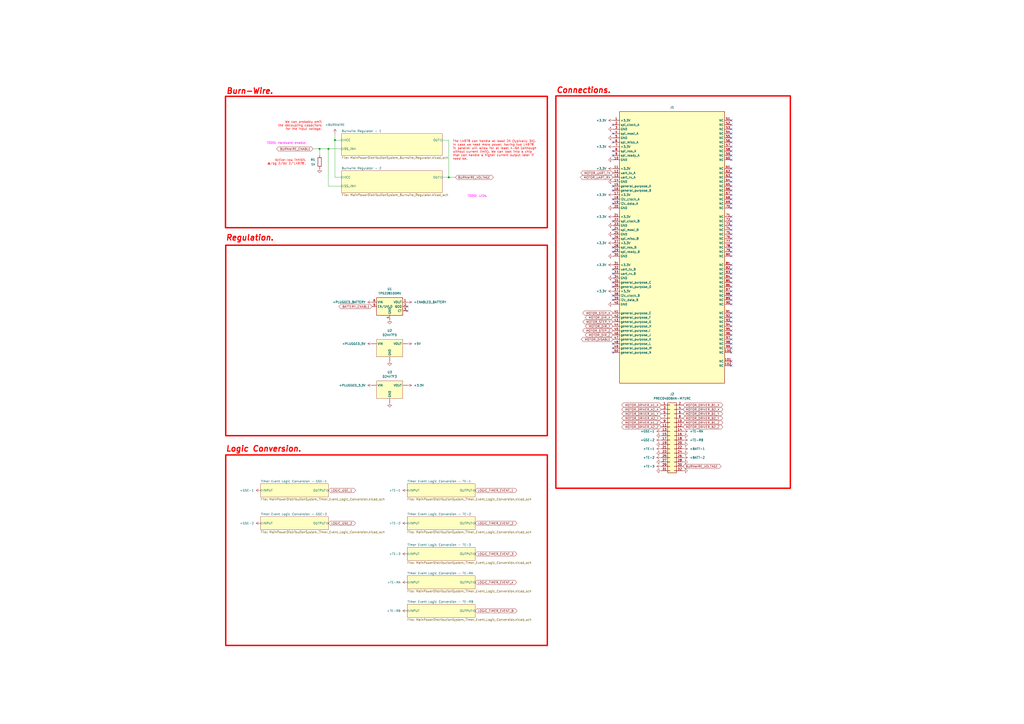
<source format=kicad_sch>
(kicad_sch (version 20250114) (generator "eeschema") (generator_version "9.0")
  (paper "A2")
  (lib_symbols
    (symbol "Connector_Generic:Conn_02x16_Odd_Even" (pin_names (offset 1.016) (hide yes))
      (property "Reference" "J" (at 1.27 20.32 0))
      (property "Value" "Conn_02x16_Odd_Even" (at 1.27 -22.86 0))
      (symbol "Conn_02x16_Odd_Even_1_1"
        (rectangle (start -1.27 19.05) (end 3.81 -21.59) (stroke (width 0.254)) (fill (type background)))
        (rectangle (start -1.27 17.907) (end 0 17.653) (stroke (width 0.1524)))
        (rectangle (start -1.27 15.367) (end 0 15.113) (stroke (width 0.1524)))
        (rectangle (start -1.27 12.827) (end 0 12.573) (stroke (width 0.1524)))
        (rectangle (start -1.27 10.287) (end 0 10.033) (stroke (width 0.1524)))
        (rectangle (start -1.27 7.747) (end 0 7.493) (stroke (width 0.1524)))
        (rectangle (start -1.27 5.207) (end 0 4.953) (stroke (width 0.1524)))
        (rectangle (start -1.27 2.667) (end 0 2.413) (stroke (width 0.1524)))
        (rectangle (start -1.27 0.127) (end 0 -0.127) (stroke (width 0.1524)))
        (rectangle (start -1.27 -2.413) (end 0 -2.667) (stroke (width 0.1524)))
        (rectangle (start -1.27 -4.953) (end 0 -5.207) (stroke (width 0.1524)))
        (rectangle (start -1.27 -7.493) (end 0 -7.747) (stroke (width 0.1524)))
        (rectangle (start -1.27 -10.033) (end 0 -10.287) (stroke (width 0.1524)))
        (rectangle (start -1.27 -12.573) (end 0 -12.827) (stroke (width 0.1524)))
        (rectangle (start -1.27 -15.113) (end 0 -15.367) (stroke (width 0.1524)))
        (rectangle (start -1.27 -17.653) (end 0 -17.907) (stroke (width 0.1524)))
        (rectangle (start -1.27 -20.193) (end 0 -20.447) (stroke (width 0.1524)))
        (rectangle (start 3.81 17.907) (end 2.54 17.653) (stroke (width 0.1524)))
        (rectangle (start 3.81 15.367) (end 2.54 15.113) (stroke (width 0.1524)))
        (rectangle (start 3.81 12.827) (end 2.54 12.573) (stroke (width 0.1524)))
        (rectangle (start 3.81 10.287) (end 2.54 10.033) (stroke (width 0.1524)))
        (rectangle (start 3.81 7.747) (end 2.54 7.493) (stroke (width 0.1524)))
        (rectangle (start 3.81 5.207) (end 2.54 4.953) (stroke (width 0.1524)))
        (rectangle (start 3.81 2.667) (end 2.54 2.413) (stroke (width 0.1524)))
        (rectangle (start 3.81 0.127) (end 2.54 -0.127) (stroke (width 0.1524)))
        (rectangle (start 3.81 -2.413) (end 2.54 -2.667) (stroke (width 0.1524)))
        (rectangle (start 3.81 -4.953) (end 2.54 -5.207) (stroke (width 0.1524)))
        (rectangle (start 3.81 -7.493) (end 2.54 -7.747) (stroke (width 0.1524)))
        (rectangle (start 3.81 -10.033) (end 2.54 -10.287) (stroke (width 0.1524)))
        (rectangle (start 3.81 -12.573) (end 2.54 -12.827) (stroke (width 0.1524)))
        (rectangle (start 3.81 -15.113) (end 2.54 -15.367) (stroke (width 0.1524)))
        (rectangle (start 3.81 -17.653) (end 2.54 -17.907) (stroke (width 0.1524)))
        (rectangle (start 3.81 -20.193) (end 2.54 -20.447) (stroke (width 0.1524)))
        (pin passive line (at -5.08 17.78 0) (length 3.81) (name "Pin_1") (number "1"))
        (pin passive line (at -5.08 15.24 0) (length 3.81) (name "Pin_3") (number "3"))
        (pin passive line (at -5.08 12.7 0) (length 3.81) (name "Pin_5") (number "5"))
        (pin passive line (at -5.08 10.16 0) (length 3.81) (name "Pin_7") (number "7"))
        (pin passive line (at -5.08 7.62 0) (length 3.81) (name "Pin_9") (number "9"))
        (pin passive line (at -5.08 5.08 0) (length 3.81) (name "Pin_11") (number "11"))
        (pin passive line (at -5.08 2.54 0) (length 3.81) (name "Pin_13") (number "13"))
        (pin passive line (at -5.08 0 0) (length 3.81) (name "Pin_15") (number "15"))
        (pin passive line (at -5.08 -2.54 0) (length 3.81) (name "Pin_17") (number "17"))
        (pin passive line (at -5.08 -5.08 0) (length 3.81) (name "Pin_19") (number "19"))
        (pin passive line (at -5.08 -7.62 0) (length 3.81) (name "Pin_21") (number "21"))
        (pin passive line (at -5.08 -10.16 0) (length 3.81) (name "Pin_23") (number "23"))
        (pin passive line (at -5.08 -12.7 0) (length 3.81) (name "Pin_25") (number "25"))
        (pin passive line (at -5.08 -15.24 0) (length 3.81) (name "Pin_27") (number "27"))
        (pin passive line (at -5.08 -17.78 0) (length 3.81) (name "Pin_29") (number "29"))
        (pin passive line (at -5.08 -20.32 0) (length 3.81) (name "Pin_31") (number "31"))
        (pin passive line (at 7.62 17.78 180) (length 3.81) (name "Pin_2") (number "2"))
        (pin passive line (at 7.62 15.24 180) (length 3.81) (name "Pin_4") (number "4"))
        (pin passive line (at 7.62 12.7 180) (length 3.81) (name "Pin_6") (number "6"))
        (pin passive line (at 7.62 10.16 180) (length 3.81) (name "Pin_8") (number "8"))
        (pin passive line (at 7.62 7.62 180) (length 3.81) (name "Pin_10") (number "10"))
        (pin passive line (at 7.62 5.08 180) (length 3.81) (name "Pin_12") (number "12"))
        (pin passive line (at 7.62 2.54 180) (length 3.81) (name "Pin_14") (number "14"))
        (pin passive line (at 7.62 0 180) (length 3.81) (name "Pin_16") (number "16"))
        (pin passive line (at 7.62 -2.54 180) (length 3.81) (name "Pin_18") (number "18"))
        (pin passive line (at 7.62 -5.08 180) (length 3.81) (name "Pin_20") (number "20"))
        (pin passive line (at 7.62 -7.62 180) (length 3.81) (name "Pin_22") (number "22"))
        (pin passive line (at 7.62 -10.16 180) (length 3.81) (name "Pin_24") (number "24"))
        (pin passive line (at 7.62 -12.7 180) (length 3.81) (name "Pin_26") (number "26"))
        (pin passive line (at 7.62 -15.24 180) (length 3.81) (name "Pin_28") (number "28"))
        (pin passive line (at 7.62 -17.78 180) (length 3.81) (name "Pin_30") (number "30"))
        (pin passive line (at 7.62 -20.32 180) (length 3.81) (name "Pin_32") (number "32"))
      )
    )
    (symbol "D24V7Fx:D24V7Fx" (pin_numbers (hide yes))
      (property "Reference" "U" (at 8.382 -2.032 0))
      (property "Value" "D24V7Fx" (at 8.382 -4.318 0))
      (symbol "D24V7Fx_0_1"
        (rectangle (start -7.62 5.08) (end 7.62 -5.08) (fill (type background)))
      )
      (symbol "D24V7Fx_1_1"
        (pin passive line (at -10.16 2.54 0) (length 2.54) (name "VIN") (number "VIN"))
        (pin passive line (at 0 -7.62 90) (length 2.54) (name "GND") (number "GND"))
        (pin passive line (at 10.16 2.54 180) (length 2.54) (name "VOUT") (number "VOUT"))
      )
    )
    (symbol "Device:R" (pin_numbers (hide yes)) (pin_names (offset 0))
      (property "Reference" "R" (at 2.032 0 90))
      (property "Value" "R" (at 0 0 90))
      (symbol "R_0_1"
        (rectangle (start -1.016 -2.54) (end 1.016 2.54) (stroke (width 0.254)))
      )
      (symbol "R_1_1"
        (pin passive line (at 0 3.81 270) (length 1.27) (name "~") (number "1"))
        (pin passive line (at 0 -3.81 90) (length 1.27) (name "~") (number "2"))
      )
    )
    (symbol "MainStackConnector:MainStackConnector"
      (property "Reference" "J" (at 0.508 1.524 0))
      (symbol "MainStackConnector_1_1"
        (rectangle (start 0 0) (end 60.96 -157.48) (stroke (width 0.254)) (fill (type background)))
        (pin passive line (at -3.81 -5.08 0) (length 3.81) (name "+3.3V") (number "1"))
        (pin passive line (at -3.81 -7.62 0) (length 3.81) (name "spi_clock_A") (number "2"))
        (pin passive line (at -3.81 -10.16 0) (length 3.81) (name "GND") (number "3"))
        (pin passive line (at -3.81 -12.7 0) (length 3.81) (name "spi_mosi_A") (number "4"))
        (pin passive line (at -3.81 -15.24 0) (length 3.81) (name "GND") (number "5"))
        (pin passive line (at -3.81 -17.78 0) (length 3.81) (name "spi_miso_A") (number "6"))
        (pin passive line (at -3.81 -20.32 0) (length 3.81) (name "+3.3V") (number "7"))
        (pin passive line (at -3.81 -22.86 0) (length 3.81) (name "spi_nss_A") (number "8"))
        (pin passive line (at -3.81 -25.4 0) (length 3.81) (name "spi_ready_A") (number "9"))
        (pin passive line (at -3.81 -27.94 0) (length 3.81) (name "GND") (number "10"))
        (pin passive line (at -3.81 -33.02 0) (length 3.81) (name "+3.3V") (number "11"))
        (pin passive line (at -3.81 -35.56 0) (length 3.81) (name "uart_tx_A") (number "12"))
        (pin passive line (at -3.81 -38.1 0) (length 3.81) (name "uart_rx_A") (number "13"))
        (pin passive line (at -3.81 -40.64 0) (length 3.81) (name "GND") (number "14"))
        (pin passive line (at -3.81 -43.18 0) (length 3.81) (name "general_purpose_A") (number "15"))
        (pin passive line (at -3.81 -45.72 0) (length 3.81) (name "general_purpose_B") (number "16"))
        (pin passive line (at -3.81 -48.26 0) (length 3.81) (name "+3.3V") (number "17"))
        (pin passive line (at -3.81 -50.8 0) (length 3.81) (name "i2c_clock_A") (number "18"))
        (pin passive line (at -3.81 -53.34 0) (length 3.81) (name "i2c_data_A") (number "19"))
        (pin passive line (at -3.81 -55.88 0) (length 3.81) (name "GND") (number "20"))
        (pin passive line (at -3.81 -60.96 0) (length 3.81) (name "+3.3V") (number "21"))
        (pin passive line (at -3.81 -63.5 0) (length 3.81) (name "spi_clock_B") (number "22"))
        (pin passive line (at -3.81 -66.04 0) (length 3.81) (name "GND") (number "23"))
        (pin passive line (at -3.81 -68.58 0) (length 3.81) (name "spi_mosi_B") (number "24"))
        (pin passive line (at -3.81 -71.12 0) (length 3.81) (name "GND") (number "25"))
        (pin passive line (at -3.81 -73.66 0) (length 3.81) (name "spi_miso_B") (number "26"))
        (pin passive line (at -3.81 -76.2 0) (length 3.81) (name "+3.3V") (number "27"))
        (pin passive line (at -3.81 -78.74 0) (length 3.81) (name "spi_nss_B") (number "28"))
        (pin passive line (at -3.81 -81.28 0) (length 3.81) (name "spi_ready_B") (number "29"))
        (pin passive line (at -3.81 -83.82 0) (length 3.81) (name "GND") (number "30"))
        (pin passive line (at -3.81 -88.9 0) (length 3.81) (name "+3.3V") (number "31"))
        (pin passive line (at -3.81 -91.44 0) (length 3.81) (name "uart_tx_B") (number "32"))
        (pin passive line (at -3.81 -93.98 0) (length 3.81) (name "uart_rx_B") (number "33"))
        (pin passive line (at -3.81 -96.52 0) (length 3.81) (name "GND") (number "34"))
        (pin passive line (at -3.81 -99.06 0) (length 3.81) (name "general_purpose_C") (number "35"))
        (pin passive line (at -3.81 -101.6 0) (length 3.81) (name "general_purpose_D") (number "36"))
        (pin passive line (at -3.81 -104.14 0) (length 3.81) (name "+3.3V") (number "37"))
        (pin passive line (at -3.81 -106.68 0) (length 3.81) (name "i2c_clock_B") (number "38"))
        (pin passive line (at -3.81 -109.22 0) (length 3.81) (name "i2c_data_B") (number "39"))
        (pin passive line (at -3.81 -111.76 0) (length 3.81) (name "GND") (number "40"))
        (pin passive line (at -3.81 -116.84 0) (length 3.81) (name "general_purpose_E") (number "41"))
        (pin passive line (at -3.81 -119.38 0) (length 3.81) (name "general_purpose_F") (number "42"))
        (pin passive line (at -3.81 -121.92 0) (length 3.81) (name "general_purpose_G") (number "43"))
        (pin passive line (at -3.81 -124.46 0) (length 3.81) (name "general_purpose_H") (number "44"))
        (pin passive line (at -3.81 -127 0) (length 3.81) (name "general_purpose_I") (number "45"))
        (pin passive line (at -3.81 -129.54 0) (length 3.81) (name "general_purpose_J") (number "46"))
        (pin passive line (at -3.81 -132.08 0) (length 3.81) (name "general_purpose_K") (number "47"))
        (pin passive line (at -3.81 -134.62 0) (length 3.81) (name "general_purpose_L") (number "48"))
        (pin passive line (at -3.81 -137.16 0) (length 3.81) (name "general_purpose_M") (number "49"))
        (pin passive line (at -3.81 -139.7 0) (length 3.81) (name "general_purpose_N") (number "50"))
        (pin passive line (at 64.77 -5.08 180) (length 3.81) (name "NC") (number "51"))
        (pin passive line (at 64.77 -7.62 180) (length 3.81) (name "NC") (number "52"))
        (pin passive line (at 64.77 -10.16 180) (length 3.81) (name "NC") (number "53"))
        (pin passive line (at 64.77 -12.7 180) (length 3.81) (name "NC") (number "54"))
        (pin passive line (at 64.77 -15.24 180) (length 3.81) (name "NC") (number "55"))
        (pin passive line (at 64.77 -17.78 180) (length 3.81) (name "NC") (number "56"))
        (pin passive line (at 64.77 -20.32 180) (length 3.81) (name "NC") (number "57"))
        (pin passive line (at 64.77 -22.86 180) (length 3.81) (name "NC") (number "58"))
        (pin passive line (at 64.77 -25.4 180) (length 3.81) (name "NC") (number "59"))
        (pin passive line (at 64.77 -27.94 180) (length 3.81) (name "NC") (number "60"))
        (pin passive line (at 64.77 -33.02 180) (length 3.81) (name "NC") (number "61"))
        (pin passive line (at 64.77 -35.56 180) (length 3.81) (name "NC") (number "62"))
        (pin passive line (at 64.77 -38.1 180) (length 3.81) (name "NC") (number "63"))
        (pin passive line (at 64.77 -40.64 180) (length 3.81) (name "NC") (number "64"))
        (pin passive line (at 64.77 -43.18 180) (length 3.81) (name "NC") (number "65"))
        (pin passive line (at 64.77 -45.72 180) (length 3.81) (name "NC") (number "66"))
        (pin passive line (at 64.77 -48.26 180) (length 3.81) (name "NC") (number "67"))
        (pin passive line (at 64.77 -50.8 180) (length 3.81) (name "NC") (number "68"))
        (pin passive line (at 64.77 -53.34 180) (length 3.81) (name "NC") (number "69"))
        (pin passive line (at 64.77 -55.88 180) (length 3.81) (name "NC") (number "70"))
        (pin passive line (at 64.77 -60.96 180) (length 3.81) (name "NC") (number "71"))
        (pin passive line (at 64.77 -63.5 180) (length 3.81) (name "NC") (number "72"))
        (pin passive line (at 64.77 -66.04 180) (length 3.81) (name "NC") (number "73"))
        (pin passive line (at 64.77 -68.58 180) (length 3.81) (name "NC") (number "74"))
        (pin passive line (at 64.77 -71.12 180) (length 3.81) (name "NC") (number "75"))
        (pin passive line (at 64.77 -73.66 180) (length 3.81) (name "NC") (number "76"))
        (pin passive line (at 64.77 -76.2 180) (length 3.81) (name "NC") (number "77"))
        (pin passive line (at 64.77 -78.74 180) (length 3.81) (name "NC") (number "78"))
        (pin passive line (at 64.77 -81.28 180) (length 3.81) (name "NC") (number "79"))
        (pin passive line (at 64.77 -83.82 180) (length 3.81) (name "NC") (number "80"))
        (pin passive line (at 64.77 -88.9 180) (length 3.81) (name "NC") (number "81"))
        (pin passive line (at 64.77 -91.44 180) (length 3.81) (name "NC") (number "82"))
        (pin passive line (at 64.77 -93.98 180) (length 3.81) (name "NC") (number "83"))
        (pin passive line (at 64.77 -96.52 180) (length 3.81) (name "NC") (number "84"))
        (pin passive line (at 64.77 -99.06 180) (length 3.81) (name "NC") (number "85"))
        (pin passive line (at 64.77 -101.6 180) (length 3.81) (name "NC") (number "86"))
        (pin passive line (at 64.77 -104.14 180) (length 3.81) (name "NC") (number "87"))
        (pin passive line (at 64.77 -106.68 180) (length 3.81) (name "NC") (number "88"))
        (pin passive line (at 64.77 -109.22 180) (length 3.81) (name "NC") (number "89"))
        (pin passive line (at 64.77 -111.76 180) (length 3.81) (name "NC") (number "90"))
        (pin passive line (at 64.77 -116.84 180) (length 3.81) (name "NC") (number "91"))
        (pin passive line (at 64.77 -119.38 180) (length 3.81) (name "NC") (number "92"))
        (pin passive line (at 64.77 -121.92 180) (length 3.81) (name "NC") (number "93"))
        (pin passive line (at 64.77 -124.46 180) (length 3.81) (name "NC") (number "94"))
        (pin passive line (at 64.77 -127 180) (length 3.81) (name "NC") (number "95"))
        (pin passive line (at 64.77 -129.54 180) (length 3.81) (name "NC") (number "96"))
        (pin passive line (at 64.77 -132.08 180) (length 3.81) (name "NC") (number "97"))
        (pin passive line (at 64.77 -134.62 180) (length 3.81) (name "NC") (number "98"))
        (pin passive line (at 64.77 -137.16 180) (length 3.81) (name "NC") (number "99"))
        (pin passive line (at 64.77 -139.7 180) (length 3.81) (name "NC") (number "100"))
        (pin passive line (at 64.77 -144.78 180) (length 3.81) (name "NC") (number "101"))
        (pin passive line (at 64.77 -147.32 180) (length 3.81) (name "NC") (number "102"))
      )
    )
    (symbol "Power_Management:TPS22810DRV"
      (property "Reference" "U" (at -6.35 6.35 0))
      (property "Value" "TPS22810DRV" (at 7.62 -6.35 0))
      (symbol "TPS22810DRV_1_1"
        (rectangle (start -7.62 5.08) (end 7.62 -5.08) (stroke (width 0.254)) (fill (type background)))
        (pin power_in line (at -10.16 2.54 0) (length 2.54) (name "VIN") (number "6"))
        (pin input line (at -10.16 0 0) (length 2.54) (name "EN/UVLO") (number "5"))
        (pin power_in line (at 0 -7.62 90) (length 2.54) (name "GND") (number "4"))
        (pin passive line (at 0 -7.62 90) (length 2.54) (hide yes) (name "GND") (number "7"))
        (pin power_out line (at 10.16 2.54 180) (length 2.54) (name "VOUT") (number "1"))
        (pin open_collector line (at 10.16 0 180) (length 2.54) (name "QOD") (number "2"))
        (pin output line (at 10.16 -2.54 180) (length 2.54) (name "CT") (number "3"))
      )
    )
    (symbol "power:+3.3V" (power) (pin_numbers (hide yes)) (pin_names (offset 0) (hide yes))
      (property "Value" "+3.3V" (at 0 3.556 0))
      (symbol "+3.3V_0_1"
        (polyline (pts (xy -0.762 1.27) (xy 0 2.54)))
        (polyline (pts (xy 0 2.54) (xy 0.762 1.27)))
        (polyline (pts (xy 0 0) (xy 0 2.54)))
      )
      (symbol "+3.3V_1_1"
        (pin power_in line (at 0 0 90) (length 0) (name "~") (number "1"))
      )
    )
    (symbol "power:+BATT" (power) (pin_numbers (hide yes)) (pin_names (offset 0) (hide yes))
      (property "Value" "+BATT" (at 0 3.556 0))
      (symbol "+BATT_0_1"
        (polyline (pts (xy -0.762 1.27) (xy 0 2.54)))
        (polyline (pts (xy 0 2.54) (xy 0.762 1.27)))
        (polyline (pts (xy 0 0) (xy 0 2.54)))
      )
      (symbol "+BATT_1_1"
        (pin power_in line (at 0 0 90) (length 0) (name "~") (number "1"))
      )
    )
    (symbol "power:GND" (power) (pin_numbers (hide yes)) (pin_names (offset 0) (hide yes))
      (property "Value" "GND" (at 0 -3.81 0))
      (symbol "GND_0_1"
        (polyline (pts (xy 0 0) (xy 0 -1.27) (xy 1.27 -1.27) (xy 0 -2.54) (xy -1.27 -1.27) (xy 0 -1.27)))
      )
      (symbol "GND_1_1"
        (pin power_in line (at 0 0 270) (length 0) (name "~") (number "1"))
      )
    )
  )
  (rectangle (start 322.453 55.626) (end 458.47 283.21) (stroke (width 0.8128) (color 255 0 0 1)))
  (rectangle (start 130.937 142.24) (end 317.5 252.73) (stroke (width 0.8128) (color 255 0 0 1)))
  (rectangle (start 130.937 263.906) (end 317.5 374.396) (stroke (width 0.8128) (color 255 0 0 1)))
  (rectangle (start 130.81 55.88) (end 317.5 132.08) (stroke (width 0.8128) (color 255 0 0 1)))
  (text "Active-low inhibit.\n@/pg 2/tbl 2/`L4978`." (at 177.546 93.98 0) (effects (font (size 1.27 1.27) (thickness 0.1588)) (justify right)))
  (text "Connections." (at 322.58 54.356 0) (effects (font (size 3.2512 3.2512) (thickness 0.6502) (bold yes) (italic yes)) (justify left bottom)))
  (text "The L4978 can handle at least 2A (typically 3A).\nIn case we need more power, having two L4978\nin parallel will allow for at least 4-6A (although\nwithout current limit). We can look into a chip\nthat can handle a higher current output later if\nneed be." (at 262.636 87.122 0) (effects (font (size 1.27 1.27) (thickness 0.1588)) (justify left)))
  (text "Burn-Wire." (at 131.064 54.864 0) (effects (font (size 3.2512 3.2512) (thickness 0.6502) (bold yes) (italic yes)) (justify left bottom)))
  (text "TODO: Hardware enable." (at 177.8 83.058 0) (effects (font (size 1.27 1.27) (thickness 0.1588) (italic yes)) (justify right)))
  (text "Regulation." (at 130.81 139.954 0) (effects (font (size 3.2512 3.2512) (thickness 0.6502) (bold yes) (italic yes)) (justify left bottom)))
  (text "We can probably omit\nthe decoupling capacitors\nfor the input voltage." (at 186.69 72.898 0) (effects (font (size 1.27 1.27) (thickness 0.1588)) (justify right)))
  (text "Logic Conversion." (at 130.81 262.382 0) (effects (font (size 3.2512 3.2512) (thickness 0.6502) (bold yes) (italic yes)) (justify left bottom)))
  (text "TODO: LEDs." (at 271.018 113.792 0) (effects (font (size 1.27 1.27) (thickness 0.1588) (italic yes)) (justify left)))
  (junction (at 185.42 86.36))
  (junction (at 194.31 81.28))
  (junction (at 260.35 102.87))
  (junction (at 190.5 86.36))
  (no_connect (at 424.18 212.09))
  (no_connect (at 424.18 82.55))
  (no_connect (at 424.18 153.67))
  (no_connect (at 236.22 177.8))
  (no_connect (at 355.6 171.45))
  (no_connect (at 424.18 176.53))
  (no_connect (at 355.6 199.39))
  (no_connect (at 424.18 166.37))
  (no_connect (at 424.18 90.17))
  (no_connect (at 355.6 163.83))
  (no_connect (at 424.18 85.09))
  (no_connect (at 355.6 173.99))
  (no_connect (at 424.18 181.61))
  (no_connect (at 424.18 74.93))
  (no_connect (at 424.18 115.57))
  (no_connect (at 355.6 115.57))
  (no_connect (at 355.6 82.55))
  (no_connect (at 424.18 69.85))
  (no_connect (at 424.18 173.99))
  (no_connect (at 424.18 143.51))
  (no_connect (at 424.18 128.27))
  (no_connect (at 424.18 92.71))
  (no_connect (at 424.18 80.01))
  (no_connect (at 424.18 148.59))
  (no_connect (at 355.6 128.27))
  (no_connect (at 424.18 140.97))
  (no_connect (at 355.6 204.47))
  (no_connect (at 355.6 87.63))
  (no_connect (at 424.18 199.39))
  (no_connect (at 355.6 133.35))
  (no_connect (at 424.18 191.77))
  (no_connect (at 424.18 113.03))
  (no_connect (at 355.6 156.21))
  (no_connect (at 424.18 201.93))
  (no_connect (at 355.6 72.39))
  (no_connect (at 424.18 135.89))
  (no_connect (at 424.18 186.69))
  (no_connect (at 424.18 97.79))
  (no_connect (at 424.18 204.47))
  (no_connect (at 424.18 130.81))
  (no_connect (at 424.18 118.11))
  (no_connect (at 424.18 146.05))
  (no_connect (at 424.18 209.55))
  (no_connect (at 424.18 100.33))
  (no_connect (at 355.6 201.93))
  (no_connect (at 424.18 105.41))
  (no_connect (at 355.6 90.17))
  (no_connect (at 424.18 171.45))
  (no_connect (at 355.6 138.43))
  (no_connect (at 424.18 87.63))
  (no_connect (at 424.18 110.49))
  (no_connect (at 355.6 77.47))
  (no_connect (at 424.18 120.65))
  (no_connect (at 424.18 161.29))
  (no_connect (at 355.6 110.49))
  (no_connect (at 424.18 138.43))
  (no_connect (at 424.18 72.39))
  (no_connect (at 424.18 133.35))
  (no_connect (at 424.18 189.23))
  (no_connect (at 355.6 146.05))
  (no_connect (at 424.18 163.83))
  (no_connect (at 424.18 107.95))
  (no_connect (at 424.18 194.31))
  (no_connect (at 424.18 77.47))
  (no_connect (at 236.22 180.34))
  (no_connect (at 424.18 125.73))
  (no_connect (at 424.18 184.15))
  (no_connect (at 355.6 143.51))
  (no_connect (at 424.18 168.91))
  (no_connect (at 424.18 156.21))
  (no_connect (at 355.6 158.75))
  (no_connect (at 355.6 118.11))
  (no_connect (at 355.6 166.37))
  (no_connect (at 424.18 196.85))
  (no_connect (at 424.18 102.87))
  (no_connect (at 355.6 107.95))
  (no_connect (at 424.18 158.75))
  (wire (pts (xy 198.12 86.36) (xy 190.5 86.36)))
  (wire (pts (xy 194.31 81.28) (xy 194.31 102.87)))
  (wire (pts (xy 260.35 102.87) (xy 256.54 102.87)))
  (wire (pts (xy 260.35 81.28) (xy 260.35 102.87)))
  (wire (pts (xy 190.5 107.95) (xy 198.12 107.95)))
  (wire (pts (xy 185.42 90.17) (xy 185.42 86.36)))
  (wire (pts (xy 194.31 81.28) (xy 198.12 81.28)))
  (wire (pts (xy 256.54 81.28) (xy 260.35 81.28)))
  (wire (pts (xy 181.61 86.36) (xy 185.42 86.36)))
  (wire (pts (xy 264.16 102.87) (xy 260.35 102.87)))
  (wire (pts (xy 190.5 86.36) (xy 190.5 107.95)))
  (wire (pts (xy 194.31 102.87) (xy 198.12 102.87)))
  (wire (pts (xy 194.31 77.47) (xy 194.31 81.28)))
  (wire (pts (xy 185.42 86.36) (xy 190.5 86.36)))
  (global_label "MOTOR_DIR_X" (shape bidirectional) (at 355.6 184.15 180) (property "Intersheetrefs" "${INTERSHEET_REFS}" (effects (hide yes))))
  (global_label "MOTOR_DRIVER_A1_X" (shape bidirectional) (at 383.54 234.95 180) (property "Intersheetrefs" "${INTERSHEET_REFS}" (effects (hide yes))))
  (global_label "MOTOR_DIR_Y" (shape bidirectional) (at 355.6 189.23 180) (property "Intersheetrefs" "${INTERSHEET_REFS}" (effects (hide yes))))
  (global_label "BURNWIRE_VOLTAGE" (shape bidirectional) (at 396.24 270.51 0) (property "Intersheetrefs" "${INTERSHEET_REFS}" (effects (hide yes))))
  (global_label "LOGIC_TIMER_EVENT_B" (shape bidirectional) (at 275.59 354.33 0) (property "Intersheetrefs" "${INTERSHEET_REFS}" (effects (hide yes))))
  (global_label "MOTOR_DRIVER_B1_X" (shape bidirectional) (at 396.24 234.95 0) (property "Intersheetrefs" "${INTERSHEET_REFS}" (effects (hide yes))))
  (global_label "LOGIC_TIMER_EVENT_2" (shape bidirectional) (at 275.59 303.53 0) (property "Intersheetrefs" "${INTERSHEET_REFS}" (effects (hide yes))))
  (global_label "MOTOR_STEP_Z" (shape bidirectional) (at 355.6 191.77 180) (property "Intersheetrefs" "${INTERSHEET_REFS}" (effects (hide yes))))
  (global_label "MOTOR_DRIVER_A1_Y" (shape bidirectional) (at 383.54 240.03 180) (property "Intersheetrefs" "${INTERSHEET_REFS}" (effects (hide yes))))
  (global_label "MOTOR_UART_TX" (shape bidirectional) (at 355.6 100.33 180) (property "Intersheetrefs" "${INTERSHEET_REFS}" (effects (hide yes))))
  (global_label "BURNWIRE_VOLTAGE" (shape bidirectional) (at 264.16 102.87 0) (property "Intersheetrefs" "${INTERSHEET_REFS}" (effects (hide yes))))
  (global_label "MOTOR_DRIVER_A2_X" (shape bidirectional) (at 383.54 237.49 180) (property "Intersheetrefs" "${INTERSHEET_REFS}" (effects (hide yes))))
  (global_label "MOTOR_DRIVER_B2_Z" (shape bidirectional) (at 396.24 247.65 0) (property "Intersheetrefs" "${INTERSHEET_REFS}" (effects (hide yes))))
  (global_label "MOTOR_STEP_X" (shape bidirectional) (at 355.6 181.61 180) (property "Intersheetrefs" "${INTERSHEET_REFS}" (effects (hide yes))))
  (global_label "BATTERY_ENABLE" (shape bidirectional) (at 215.9 177.8 180) (property "Intersheetrefs" "${INTERSHEET_REFS}" (effects (hide yes))))
  (global_label "MOTOR_STEP_Y" (shape bidirectional) (at 355.6 186.69 180) (property "Intersheetrefs" "${INTERSHEET_REFS}" (effects (hide yes))))
  (global_label "MOTOR_DRIVER_A2_Y" (shape bidirectional) (at 383.54 242.57 180) (property "Intersheetrefs" "${INTERSHEET_REFS}" (effects (hide yes))))
  (global_label "LOGIC_TIMER_EVENT_3" (shape bidirectional) (at 275.59 321.31 0) (property "Intersheetrefs" "${INTERSHEET_REFS}" (effects (hide yes))))
  (global_label "MOTOR_DIR_Z" (shape bidirectional) (at 355.6 194.31 180) (property "Intersheetrefs" "${INTERSHEET_REFS}" (effects (hide yes))))
  (global_label "BURNWIRE_ENABLE" (shape bidirectional) (at 181.61 86.36 180) (property "Intersheetrefs" "${INTERSHEET_REFS}" (effects (hide yes))))
  (global_label "MOTOR_DRIVER_A1_Z" (shape bidirectional) (at 383.54 245.11 180) (property "Intersheetrefs" "${INTERSHEET_REFS}" (effects (hide yes))))
  (global_label "MOTOR_DRIVER_B2_X" (shape bidirectional) (at 396.24 237.49 0) (property "Intersheetrefs" "${INTERSHEET_REFS}" (effects (hide yes))))
  (global_label "LOGIC_TIMER_EVENT_1" (shape bidirectional) (at 275.59 284.48 0) (property "Intersheetrefs" "${INTERSHEET_REFS}" (effects (hide yes))))
  (global_label "MOTOR_DRIVER_B1_Z" (shape bidirectional) (at 396.24 245.11 0) (property "Intersheetrefs" "${INTERSHEET_REFS}" (effects (hide yes))))
  (global_label "LOGIC_GSE_1" (shape bidirectional) (at 190.5 284.48 0) (property "Intersheetrefs" "${INTERSHEET_REFS}" (effects (hide yes))))
  (global_label "MOTOR_DRIVER_A2_Z" (shape bidirectional) (at 383.54 247.65 180) (property "Intersheetrefs" "${INTERSHEET_REFS}" (effects (hide yes))))
  (global_label "MOTOR_DRIVER_B2_Y" (shape bidirectional) (at 396.24 242.57 0) (property "Intersheetrefs" "${INTERSHEET_REFS}" (effects (hide yes))))
  (global_label "MOTOR_DRIVER_B1_Y" (shape bidirectional) (at 396.24 240.03 0) (property "Intersheetrefs" "${INTERSHEET_REFS}" (effects (hide yes))))
  (global_label "LOGIC_TIMER_EVENT_A" (shape bidirectional) (at 275.59 337.82 0) (property "Intersheetrefs" "${INTERSHEET_REFS}" (effects (hide yes))))
  (global_label "MOTOR_DISABLE" (shape bidirectional) (at 355.6 196.85 180) (property "Intersheetrefs" "${INTERSHEET_REFS}" (effects (hide yes))))
  (global_label "LOGIC_GSE_2" (shape bidirectional) (at 190.5 303.53 0) (property "Intersheetrefs" "${INTERSHEET_REFS}" (effects (hide yes))))
  (global_label "MOTOR_UART_RX" (shape bidirectional) (at 355.6 102.87 180) (property "Intersheetrefs" "${INTERSHEET_REFS}" (effects (hide yes))))
  (symbol (lib_id "power:+3.3V") (at 151.13 284.48 90) (unit 1)
    (property "Reference" "#PWR062" (effects (hide yes)))
    (property "Value" "+GSE-1" (at 147.32 284.4799 90) (effects (justify left)))
    (property "Description" "Power symbol creates a global label with name \"+3.3V\"" (effects (hide yes)))
  )
  (symbol (lib_id "power:GND") (at 383.54 267.97 270) (unit 1)
    (property "Reference" "#PWR039" (effects (hide yes)))
    (property "Value" "GND" (effects (hide yes)))
    (property "Description" "Power symbol creates a global label with name \"GND\" , ground" (effects (hide yes)))
  )
  (symbol (lib_id "power:GND") (at 396.24 267.97 90) (mirror x) (unit 1)
    (property "Reference" "#PWR049" (effects (hide yes)))
    (property "Value" "GND" (effects (hide yes)))
    (property "Description" "Power symbol creates a global label with name \"GND\" , ground" (effects (hide yes)))
  )
  (symbol (lib_id "power:+3.3V") (at 396.24 265.43 270) (mirror x) (unit 1)
    (property "Reference" "#PWR048" (effects (hide yes)))
    (property "Value" "+BATT-2" (at 400.05 265.4299 90) (effects (justify left)))
    (property "Description" "Power symbol creates a global label with name \"+3.3V\"" (effects (hide yes)))
  )
  (symbol (lib_id "power:GND") (at 355.6 92.71 270) (unit 1)
    (property "Reference" "#PWR018" (effects (hide yes)))
    (property "Value" "GND" (effects (hide yes)))
    (property "Description" "Power symbol creates a global label with name \"GND\" , ground" (effects (hide yes)))
  )
  (symbol (lib_id "power:+BATT") (at 215.9 223.52 90) (mirror x) (unit 1)
    (property "Reference" "#PWR05" (effects (hide yes)))
    (property "Value" "+PLUGGED_3.3V" (at 212.09 223.5199 90) (effects (justify left)))
    (property "Description" "Power symbol creates a global label with name \"+BATT\"" (effects (hide yes)))
  )
  (symbol (lib_id "power:GND") (at 226.06 209.55 0) (unit 1)
    (property "Reference" "#PWR07" (effects (hide yes)))
    (property "Value" "GND" (effects (hide yes)))
    (property "Description" "Power symbol creates a global label with name \"GND\" , ground" (effects (hide yes)))
  )
  (symbol (lib_id "power:GND") (at 226.06 233.68 0) (unit 1)
    (property "Reference" "#PWR08" (effects (hide yes)))
    (property "Value" "GND" (effects (hide yes)))
    (property "Description" "Power symbol creates a global label with name \"GND\" , ground" (effects (hide yes)))
  )
  (symbol (lib_id "power:+3.3V") (at 236.22 354.33 90) (unit 1)
    (property "Reference" "#PWR059" (effects (hide yes)))
    (property "Value" "+TE-RB" (at 232.41 354.3299 90) (effects (justify left)))
    (property "Description" "Power symbol creates a global label with name \"+3.3V\"" (effects (hide yes)))
  )
  (symbol (lib_id "power:+3.3V") (at 396.24 260.35 270) (mirror x) (unit 1)
    (property "Reference" "#PWR046" (effects (hide yes)))
    (property "Value" "+BATT-1" (at 400.05 260.3499 90) (effects (justify left)))
    (property "Description" "Power symbol creates a global label with name \"+3.3V\"" (effects (hide yes)))
  )
  (symbol (lib_id "D24V7Fx:D24V7Fx") (at 226.06 201.93 0) (unit 1)
    (property "Reference" "U2" (at 226.06 191.77 0))
    (property "Value" "D24V7F5" (at 226.06 194.31 0))
    (property "Footprint" "pcb:D24V7Fx" (effects (hide yes)))
    (property "Datasheet" "https://www.pololu.com/category/365/d24v7fx-step-down-voltage-regulators" (effects (hide yes)))
    (property "Description" "D24V7Fx Step-Down Voltage Regulator" (effects (hide yes)))
  )
  (symbol (lib_id "power:+3.3V") (at 396.24 255.27 270) (mirror x) (unit 1)
    (property "Reference" "#PWR044" (effects (hide yes)))
    (property "Value" "+TE-RB" (at 400.05 255.2699 90) (effects (justify left)))
    (property "Description" "Power symbol creates a global label with name \"+3.3V\"" (effects (hide yes)))
  )
  (symbol (lib_id "power:+3.3V") (at 236.22 303.53 90) (unit 1)
    (property "Reference" "#PWR013" (effects (hide yes)))
    (property "Value" "+TE-2" (at 232.41 303.5299 90) (effects (justify left)))
    (property "Description" "Power symbol creates a global label with name \"+3.3V\"" (effects (hide yes)))
  )
  (symbol (lib_id "power:GND") (at 355.6 120.65 270) (unit 1)
    (property "Reference" "#PWR022" (effects (hide yes)))
    (property "Value" "GND" (effects (hide yes)))
    (property "Description" "Power symbol creates a global label with name \"GND\" , ground" (effects (hide yes)))
  )
  (symbol (lib_id "power:+BATT") (at 236.22 223.52 270) (unit 1)
    (property "Reference" "#PWR011" (effects (hide yes)))
    (property "Value" "+3.3V" (at 240.03 223.5199 90) (effects (justify left)))
    (property "Description" "Power symbol creates a global label with name \"+BATT\"" (effects (hide yes)))
  )
  (symbol (lib_id "power:GND") (at 383.54 273.05 270) (unit 1)
    (property "Reference" "#PWR041" (effects (hide yes)))
    (property "Value" "GND" (effects (hide yes)))
    (property "Description" "Power symbol creates a global label with name \"GND\" , ground" (effects (hide yes)))
  )
  (symbol (lib_id "power:+BATT") (at 236.22 175.26 270) (unit 1)
    (property "Reference" "#PWR09" (effects (hide yes)))
    (property "Value" "+ENABLED_BATTERY" (at 240.03 175.2599 90) (effects (justify left)))
    (property "Description" "Power symbol creates a global label with name \"+BATT\"" (effects (hide yes)))
  )
  (symbol (lib_id "power:+3.3V") (at 355.6 113.03 90) (unit 1)
    (property "Reference" "#PWR021" (effects (hide yes)))
    (property "Value" "+3.3V" (at 351.79 113.0299 90) (effects (justify left)))
    (property "Description" "Power symbol creates a global label with name \"+3.3V\"" (effects (hide yes)))
  )
  (symbol (lib_id "power:GND") (at 355.6 105.41 270) (unit 1)
    (property "Reference" "#PWR020" (effects (hide yes)))
    (property "Value" "GND" (effects (hide yes)))
    (property "Description" "Power symbol creates a global label with name \"GND\" , ground" (effects (hide yes)))
  )
  (symbol (lib_id "power:GND") (at 396.24 252.73 90) (mirror x) (unit 1)
    (property "Reference" "#PWR043" (effects (hide yes)))
    (property "Value" "GND" (effects (hide yes)))
    (property "Description" "Power symbol creates a global label with name \"GND\" , ground" (effects (hide yes)))
  )
  (symbol (lib_id "power:+BATT") (at 215.9 175.26 90) (mirror x) (unit 1)
    (property "Reference" "#PWR03" (effects (hide yes)))
    (property "Value" "+PLUGGED_BATTERY" (at 212.09 175.2599 90) (effects (justify left)))
    (property "Description" "Power symbol creates a global label with name \"+BATT\"" (effects (hide yes)))
  )
  (symbol (lib_id "power:GND") (at 355.6 161.29 270) (unit 1)
    (property "Reference" "#PWR029" (effects (hide yes)))
    (property "Value" "GND" (effects (hide yes)))
    (property "Description" "Power symbol creates a global label with name \"GND\" , ground" (effects (hide yes)))
  )
  (symbol (lib_id "power:+3.3V") (at 355.6 153.67 90) (unit 1)
    (property "Reference" "#PWR028" (effects (hide yes)))
    (property "Value" "+3.3V" (at 351.79 153.6699 90) (effects (justify left)))
    (property "Description" "Power symbol creates a global label with name \"+3.3V\"" (effects (hide yes)))
  )
  (symbol (lib_id "power:+3.3V") (at 194.31 77.47 0) (unit 1)
    (property "Reference" "#PWR02" (effects (hide yes)))
    (property "Value" "+BURNWIRE" (at 194.31 72.39 0))
    (property "Description" "Power symbol creates a global label with name \"+3.3V\"" (effects (hide yes)))
  )
  (symbol (lib_id "power:GND") (at 396.24 262.89 90) (mirror x) (unit 1)
    (property "Reference" "#PWR047" (effects (hide yes)))
    (property "Value" "GND" (effects (hide yes)))
    (property "Description" "Power symbol creates a global label with name \"GND\" , ground" (effects (hide yes)))
  )
  (symbol (lib_id "power:GND") (at 355.6 135.89 270) (unit 1)
    (property "Reference" "#PWR025" (effects (hide yes)))
    (property "Value" "GND" (effects (hide yes)))
    (property "Description" "Power symbol creates a global label with name \"GND\" , ground" (effects (hide yes)))
  )
  (symbol (lib_id "power:GND") (at 383.54 262.89 270) (unit 1)
    (property "Reference" "#PWR037" (effects (hide yes)))
    (property "Value" "GND" (effects (hide yes)))
    (property "Description" "Power symbol creates a global label with name \"GND\" , ground" (effects (hide yes)))
  )
  (symbol (lib_id "power:+3.3V") (at 383.54 260.35 90) (unit 1)
    (property "Reference" "#PWR036" (effects (hide yes)))
    (property "Value" "+TE-1" (at 379.73 260.3499 90) (effects (justify left)))
    (property "Description" "Power symbol creates a global label with name \"+3.3V\"" (effects (hide yes)))
  )
  (symbol (lib_id "MainStackConnector:MainStackConnector") (at 359.41 64.77 0) (unit 1)
    (property "Reference" "J1" (at 389.89 62.23 0))
    (property "Footprint" "pcb:MainStackConnector" (effects (hide yes)))
  )
  (symbol (lib_id "power:+3.3V") (at 396.24 250.19 270) (mirror x) (unit 1)
    (property "Reference" "#PWR042" (effects (hide yes)))
    (property "Value" "+TE-RA" (at 400.05 250.1899 90) (effects (justify left)))
    (property "Description" "Power symbol creates a global label with name \"+3.3V\"" (effects (hide yes)))
  )
  (symbol (lib_id "power:+3.3V") (at 236.22 337.82 90) (unit 1)
    (property "Reference" "#PWR056" (effects (hide yes)))
    (property "Value" "+TE-RA" (at 232.41 337.8199 90) (effects (justify left)))
    (property "Description" "Power symbol creates a global label with name \"+3.3V\"" (effects (hide yes)))
  )
  (symbol (lib_id "Connector_Generic:Conn_02x16_Odd_Even") (at 388.62 252.73 0) (unit 1)
    (property "Reference" "J2" (at 389.89 228.6 0))
    (property "Value" "PREC040DBAN-M71RC" (at 389.89 231.14 0))
    (property "Footprint" "Connector_PinHeader_2.54mm:PinHeader_2x16_P2.54mm_Horizontal" (effects (hide yes)))
    (property "Description" "Generic connector, double row, 02x16, odd/even pin numbering scheme (row 1 odd numbers, row 2 even numbers), script generated (kicad-library-utils/schlib/autogen/connector/)" (effects (hide yes)))
  )
  (symbol (lib_id "power:GND") (at 396.24 273.05 90) (mirror x) (unit 1)
    (property "Reference" "#PWR050" (effects (hide yes)))
    (property "Value" "GND" (effects (hide yes)))
    (property "Description" "Power symbol creates a global label with name \"GND\" , ground" (effects (hide yes)))
  )
  (symbol (lib_id "power:+3.3V") (at 383.54 265.43 90) (unit 1)
    (property "Reference" "#PWR038" (effects (hide yes)))
    (property "Value" "+TE-2" (at 379.73 265.4299 90) (effects (justify left)))
    (property "Description" "Power symbol creates a global label with name \"+3.3V\"" (effects (hide yes)))
  )
  (symbol (lib_id "power:+3.3V") (at 355.6 85.09 90) (unit 1)
    (property "Reference" "#PWR017" (effects (hide yes)))
    (property "Value" "+3.3V" (at 351.79 85.0899 90) (effects (justify left)))
    (property "Description" "Power symbol creates a global label with name \"+3.3V\"" (effects (hide yes)))
  )
  (symbol (lib_id "power:+3.3V") (at 151.13 303.53 90) (unit 1)
    (property "Reference" "#PWR065" (effects (hide yes)))
    (property "Value" "+GSE-2" (at 147.32 303.5299 90) (effects (justify left)))
    (property "Description" "Power symbol creates a global label with name \"+3.3V\"" (effects (hide yes)))
  )
  (symbol (lib_id "Power_Management:TPS22810DRV") (at 226.06 177.8 0) (unit 1)
    (property "Reference" "U1" (at 226.06 167.64 0))
    (property "Value" "TPS22810DRV" (at 226.06 170.18 0))
    (property "Footprint" "Package_SON:WSON-6-1EP_2x2mm_P0.65mm_EP1x1.6mm" (effects (hide yes)))
    (property "Datasheet" "http://www.ti.com/lit/ds/symlink/tps22810.pdf" (effects (hide yes)))
    (property "Description" "2.7..18V, 3A, 79mohms On-Resistance Load Switch With Thermal Protection, WSON-6" (effects (hide yes)))
  )
  (symbol (lib_id "power:+BATT") (at 215.9 199.39 90) (mirror x) (unit 1)
    (property "Reference" "#PWR04" (effects (hide yes)))
    (property "Value" "+PLUGGED_5V" (at 212.09 199.3899 90) (effects (justify left)))
    (property "Description" "Power symbol creates a global label with name \"+BATT\"" (effects (hide yes)))
  )
  (symbol (lib_id "power:+3.3V") (at 236.22 284.48 90) (unit 1)
    (property "Reference" "#PWR012" (effects (hide yes)))
    (property "Value" "+TE-1" (at 232.41 284.4799 90) (effects (justify left)))
    (property "Description" "Power symbol creates a global label with name \"+3.3V\"" (effects (hide yes)))
  )
  (symbol (lib_id "power:GND") (at 355.6 130.81 270) (unit 1)
    (property "Reference" "#PWR024" (effects (hide yes)))
    (property "Value" "GND" (effects (hide yes)))
    (property "Description" "Power symbol creates a global label with name \"GND\" , ground" (effects (hide yes)))
  )
  (symbol (lib_id "power:GND") (at 355.6 176.53 270) (unit 1)
    (property "Reference" "#PWR031" (effects (hide yes)))
    (property "Value" "GND" (effects (hide yes)))
    (property "Description" "Power symbol creates a global label with name \"GND\" , ground" (effects (hide yes)))
  )
  (symbol (lib_id "power:+3.3V") (at 355.6 97.79 90) (unit 1)
    (property "Reference" "#PWR019" (effects (hide yes)))
    (property "Value" "+3.3V" (at 351.79 97.7899 90) (effects (justify left)))
    (property "Description" "Power symbol creates a global label with name \"+3.3V\"" (effects (hide yes)))
  )
  (symbol (lib_id "D24V7Fx:D24V7Fx") (at 226.06 226.06 0) (unit 1)
    (property "Reference" "U3" (at 226.06 215.9 0))
    (property "Value" "D24V7F3" (at 226.06 218.44 0))
    (property "Footprint" "pcb:D24V7Fx" (effects (hide yes)))
    (property "Datasheet" "https://www.pololu.com/category/365/d24v7fx-step-down-voltage-regulators" (effects (hide yes)))
    (property "Description" "D24V7Fx Step-Down Voltage Regulator" (effects (hide yes)))
  )
  (symbol (lib_id "power:GND") (at 383.54 257.81 270) (unit 1)
    (property "Reference" "#PWR035" (effects (hide yes)))
    (property "Value" "GND" (effects (hide yes)))
    (property "Description" "Power symbol creates a global label with name \"GND\" , ground" (effects (hide yes)))
  )
  (symbol (lib_id "power:GND") (at 355.6 80.01 270) (unit 1)
    (property "Reference" "#PWR016" (effects (hide yes)))
    (property "Value" "GND" (effects (hide yes)))
    (property "Description" "Power symbol creates a global label with name \"GND\" , ground" (effects (hide yes)))
  )
  (symbol (lib_id "power:+3.3V") (at 355.6 69.85 90) (unit 1)
    (property "Reference" "#PWR014" (effects (hide yes)))
    (property "Value" "+3.3V" (at 351.79 69.8499 90) (effects (justify left)))
    (property "Description" "Power symbol creates a global label with name \"+3.3V\"" (effects (hide yes)))
  )
  (symbol (lib_id "power:+3.3V") (at 383.54 270.51 90) (unit 1)
    (property "Reference" "#PWR040" (effects (hide yes)))
    (property "Value" "+TE-3" (at 379.73 270.5099 90) (effects (justify left)))
    (property "Description" "Power symbol creates a global label with name \"+3.3V\"" (effects (hide yes)))
  )
  (symbol (lib_id "Device:R") (at 185.42 93.98 0) (mirror y) (unit 1)
    (property "Reference" "R1" (at 182.88 92.7099 0) (effects (justify left)))
    (property "Value" "1k" (at 182.88 95.2499 0) (effects (justify left)))
    (property "Footprint" "Resistor_SMD:R_1206_3216Metric_Pad1.30x1.75mm_HandSolder" (effects (hide yes)))
    (property "Description" "Resistor" (effects (hide yes)))
  )
  (symbol (lib_id "power:+3.3V") (at 383.54 250.19 90) (unit 1)
    (property "Reference" "#PWR032" (effects (hide yes)))
    (property "Value" "+GSE-1" (at 379.73 250.1899 90) (effects (justify left)))
    (property "Description" "Power symbol creates a global label with name \"+3.3V\"" (effects (hide yes)))
  )
  (symbol (lib_id "power:+3.3V") (at 355.6 140.97 90) (unit 1)
    (property "Reference" "#PWR026" (effects (hide yes)))
    (property "Value" "+3.3V" (at 351.79 140.9699 90) (effects (justify left)))
    (property "Description" "Power symbol creates a global label with name \"+3.3V\"" (effects (hide yes)))
  )
  (symbol (lib_id "power:GND") (at 383.54 252.73 270) (unit 1)
    (property "Reference" "#PWR033" (effects (hide yes)))
    (property "Value" "GND" (effects (hide yes)))
    (property "Description" "Power symbol creates a global label with name \"GND\" , ground" (effects (hide yes)))
  )
  (symbol (lib_id "power:GND") (at 355.6 74.93 270) (unit 1)
    (property "Reference" "#PWR015" (effects (hide yes)))
    (property "Value" "GND" (effects (hide yes)))
    (property "Description" "Power symbol creates a global label with name \"GND\" , ground" (effects (hide yes)))
  )
  (symbol (lib_id "power:+3.3V") (at 236.22 321.31 90) (unit 1)
    (property "Reference" "#PWR053" (effects (hide yes)))
    (property "Value" "+TE-3" (at 232.41 321.3099 90) (effects (justify left)))
    (property "Description" "Power symbol creates a global label with name \"+3.3V\"" (effects (hide yes)))
  )
  (symbol (lib_id "power:+3.3V") (at 355.6 125.73 90) (unit 1)
    (property "Reference" "#PWR023" (effects (hide yes)))
    (property "Value" "+3.3V" (at 351.79 125.7299 90) (effects (justify left)))
    (property "Description" "Power symbol creates a global label with name \"+3.3V\"" (effects (hide yes)))
  )
  (symbol (lib_id "power:+3.3V") (at 383.54 255.27 90) (unit 1)
    (property "Reference" "#PWR034" (effects (hide yes)))
    (property "Value" "+GSE-2" (at 379.73 255.2699 90) (effects (justify left)))
    (property "Description" "Power symbol creates a global label with name \"+3.3V\"" (effects (hide yes)))
  )
  (symbol (lib_id "power:+BATT") (at 236.22 199.39 270) (unit 1)
    (property "Reference" "#PWR010" (effects (hide yes)))
    (property "Value" "+5V" (at 240.03 199.3899 90) (effects (justify left)))
    (property "Description" "Power symbol creates a global label with name \"+BATT\"" (effects (hide yes)))
  )
  (symbol (lib_id "power:GND") (at 226.06 185.42 0) (unit 1)
    (property "Reference" "#PWR06" (effects (hide yes)))
    (property "Value" "GND" (effects (hide yes)))
    (property "Description" "Power symbol creates a global label with name \"GND\" , ground" (effects (hide yes)))
  )
  (symbol (lib_id "power:GND") (at 355.6 148.59 270) (unit 1)
    (property "Reference" "#PWR027" (effects (hide yes)))
    (property "Value" "GND" (effects (hide yes)))
    (property "Description" "Power symbol creates a global label with name \"GND\" , ground" (effects (hide yes)))
  )
  (symbol (lib_id "power:GND") (at 185.42 97.79 0) (unit 1)
    (property "Reference" "#PWR01" (effects (hide yes)))
    (property "Value" "GND" (effects (hide yes)))
    (property "Description" "Power symbol creates a global label with name \"GND\" , ground" (effects (hide yes)))
  )
  (symbol (lib_id "power:GND") (at 396.24 257.81 90) (mirror x) (unit 1)
    (property "Reference" "#PWR045" (effects (hide yes)))
    (property "Value" "GND" (effects (hide yes)))
    (property "Description" "Power symbol creates a global label with name \"GND\" , ground" (effects (hide yes)))
  )
  (symbol (lib_id "power:+3.3V") (at 355.6 168.91 90) (unit 1)
    (property "Reference" "#PWR030" (effects (hide yes)))
    (property "Value" "+3.3V" (at 351.79 168.9099 90) (effects (justify left)))
    (property "Description" "Power symbol creates a global label with name \"+3.3V\"" (effects (hide yes)))
  )
  (sheet (at 198.12 77.47) (size 58.42 12.7) (stroke (width 0.1524) (color 132 0 0 1)) (fill (color 255 255 194 1.0000))
    (property "Sheetname" "Burnwire Regulator - 1" (at 198.12 76.7584 0) (effects (justify left bottom)))
    (property "Sheetfile" "MainPowerDistributionSystem_Burnwire_Regulator.kicad_sch" (at 198.12 90.7546 0) (effects (justify left top)))
    (pin "OUT" input (at 256.54 81.28 0))
    (pin "SS_INH" input (at 198.12 86.36 180))
    (pin "VCC" input (at 198.12 81.28 180))
  )
  (sheet (at 236.22 280.67) (size 39.37 7.62) (stroke (width 0.1524) (color 132 0 0 1)) (fill (color 255 255 194 1.0000))
    (property "Sheetname" "Timer Event Logic Conversion - TE-1" (at 236.22 279.9584 0) (effects (justify left bottom)))
    (property "Sheetfile" "MainPowerDistributionSystem_Timer_Event_Logic_Conversion.kicad_sch" (at 236.22 288.8746 0) (effects (justify left top)))
    (pin "INPUT" bidirectional (at 236.22 284.48 180))
    (pin "OUTPUT" bidirectional (at 275.59 284.48 0))
  )
  (sheet (at 236.22 317.5) (size 39.37 7.62) (stroke (width 0.1524) (color 132 0 0 1)) (fill (color 255 255 194 1.0000))
    (property "Sheetname" "Timer Event Logic Conversion - TE-3" (at 236.22 316.7884 0) (effects (justify left bottom)))
    (property "Sheetfile" "MainPowerDistributionSystem_Timer_Event_Logic_Conversion.kicad_sch" (at 236.22 325.7046 0) (effects (justify left top)))
    (pin "INPUT" bidirectional (at 236.22 321.31 180))
    (pin "OUTPUT" bidirectional (at 275.59 321.31 0))
  )
  (sheet (at 151.13 280.67) (size 39.37 7.62) (stroke (width 0.1524) (color 132 0 0 1)) (fill (color 255 255 194 1.0000))
    (property "Sheetname" "Timer Event Logic Conversion - GSE-1" (at 151.13 279.9584 0) (effects (justify left bottom)))
    (property "Sheetfile" "MainPowerDistributionSystem_Timer_Event_Logic_Conversion.kicad_sch" (at 151.13 288.8746 0) (effects (justify left top)))
    (pin "INPUT" bidirectional (at 151.13 284.48 180))
    (pin "OUTPUT" bidirectional (at 190.5 284.48 0))
  )
  (sheet (at 236.22 299.72) (size 39.37 7.62) (stroke (width 0.1524) (color 132 0 0 1)) (fill (color 255 255 194 1.0000))
    (property "Sheetname" "Timer Event Logic Conversion - TE-2" (at 236.22 299.0084 0) (effects (justify left bottom)))
    (property "Sheetfile" "MainPowerDistributionSystem_Timer_Event_Logic_Conversion.kicad_sch" (at 236.22 307.9246 0) (effects (justify left top)))
    (pin "INPUT" bidirectional (at 236.22 303.53 180))
    (pin "OUTPUT" bidirectional (at 275.59 303.53 0))
  )
  (sheet (at 151.13 299.72) (size 39.37 7.62) (stroke (width 0.1524) (color 132 0 0 1)) (fill (color 255 255 194 1.0000))
    (property "Sheetname" "Timer Event Logic Conversion - GSE-2" (at 151.13 299.0084 0) (effects (justify left bottom)))
    (property "Sheetfile" "MainPowerDistributionSystem_Timer_Event_Logic_Conversion.kicad_sch" (at 151.13 307.9246 0) (effects (justify left top)))
    (pin "INPUT" bidirectional (at 151.13 303.53 180))
    (pin "OUTPUT" bidirectional (at 190.5 303.53 0))
  )
  (sheet (at 236.22 350.52) (size 39.37 7.62) (stroke (width 0.1524) (color 132 0 0 1)) (fill (color 255 255 194 1.0000))
    (property "Sheetname" "Timer Event Logic Conversion - TE-RB" (at 236.22 349.8084 0) (effects (justify left bottom)))
    (property "Sheetfile" "MainPowerDistributionSystem_Timer_Event_Logic_Conversion.kicad_sch" (at 236.22 358.7246 0) (effects (justify left top)))
    (pin "INPUT" bidirectional (at 236.22 354.33 180))
    (pin "OUTPUT" bidirectional (at 275.59 354.33 0))
  )
  (sheet (at 198.12 99.06) (size 58.42 12.7) (stroke (width 0.1524) (color 132 0 0 1)) (fill (color 255 255 194 1.0000))
    (property "Sheetname" "Burnwire Regulator - 2" (at 198.12 98.3484 0) (effects (justify left bottom)))
    (property "Sheetfile" "MainPowerDistributionSystem_Burnwire_Regulator.kicad_sch" (at 198.12 112.3446 0) (effects (justify left top)))
    (pin "OUT" input (at 256.54 102.87 0))
    (pin "SS_INH" input (at 198.12 107.95 180))
    (pin "VCC" input (at 198.12 102.87 180))
  )
  (sheet (at 236.22 334.01) (size 39.37 7.62) (stroke (width 0.1524) (color 132 0 0 1)) (fill (color 255 255 194 1.0000))
    (property "Sheetname" "Timer Event Logic Conversion - TE-RA" (at 236.22 333.2984 0) (effects (justify left bottom)))
    (property "Sheetfile" "MainPowerDistributionSystem_Timer_Event_Logic_Conversion.kicad_sch" (at 236.22 342.2146 0) (effects (justify left top)))
    (pin "INPUT" bidirectional (at 236.22 337.82 180))
    (pin "OUTPUT" bidirectional (at 275.59 337.82 0))
  )
)
</source>
